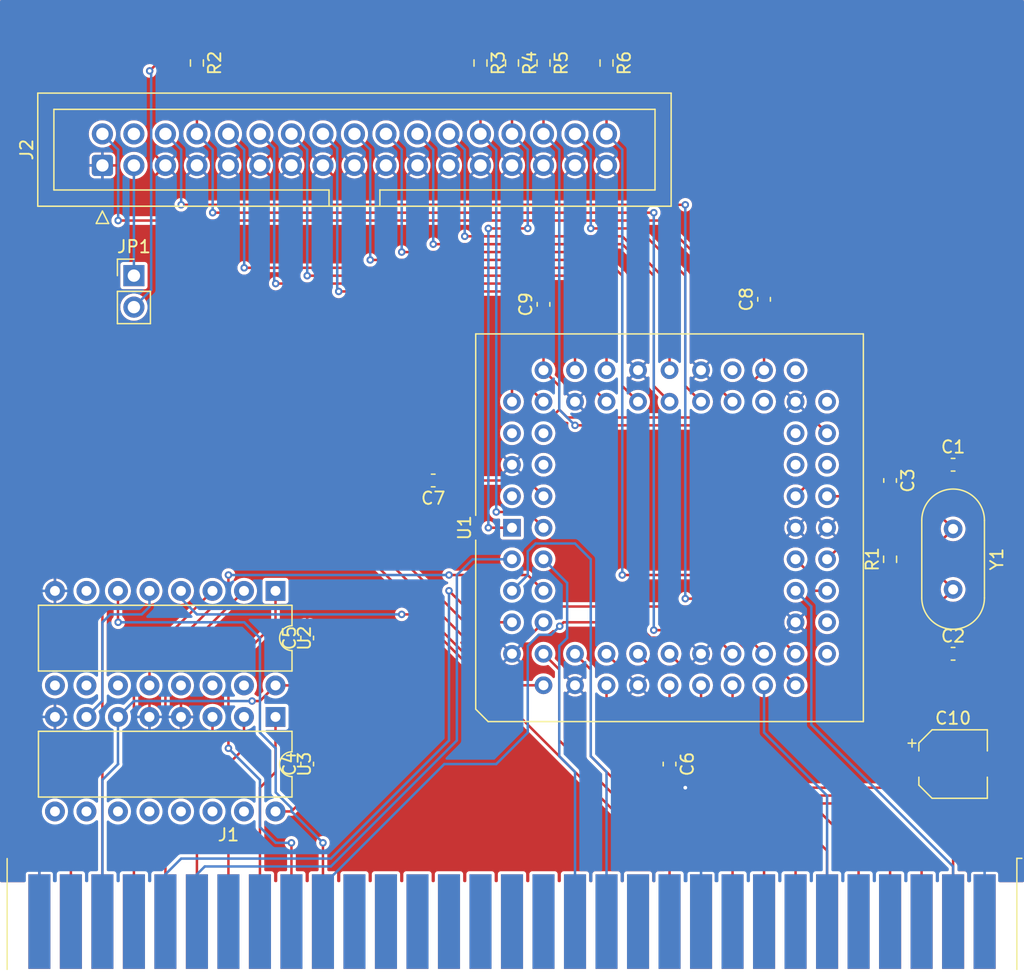
<source format=kicad_pcb>
(kicad_pcb (version 20240108) (generator "pcbnew") (generator_version "8.0")
  (title_block (title "Flop Tonight") (date "2024-08-18") (rev "1") (company "Surreality Labs"))
  (layers (0 "F.Cu" signal) (31 "B.Cu" signal) (34 "B.Paste" user) (35 "F.Paste" user) (36 "B.SilkS" user "B.Silkscreen") (37 "F.SilkS" user "F.Silkscreen") (38 "B.Mask" user) (39 "F.Mask" user) (44 "Edge.Cuts" user))
  (net 0 "")
  (net 1 "Net-(U1-XTAL1{slash}CLK)")
  (net 2 "GND")
  (net 3 "Net-(U1-XTAL2)")
  (net 4 "Net-(U1-HIFIL)")
  (net 5 "Net-(U1-LOFIL)")
  (net 6 "+5V")
  (net 12 "/D0")
  (net 13 "/D3")
  (net 15 "/A2")
  (net 17 "/RESET")
  (net 19 "/A6")
  (net 21 "/D7")
  (net 22 "/A1")
  (net 23 "/A5")
  (net 26 "/~{IOW}")
  (net 27 "/TC")
  (net 29 "/~{IOR}")
  (net 30 "/IRQ6")
  (net 31 "/A3")
  (net 32 "/D2")
  (net 33 "/A9")
  (net 36 "/D4")
  (net 38 "/D1")
  (net 40 "/A8")
  (net 41 "/D6")
  (net 46 "/A7")
  (net 47 "/A4")
  (net 48 "/~{DACK2}")
  (net 59 "/A0")
  (net 60 "/D5")
  (net 61 "/DRQ2")
  (net 63 "/AEN")
  (net 64 "Net-(J2-Pin_22)")
  (net 66 "Net-(J2-Pin_28)")
  (net 67 "Net-(J2-Pin_30)")
  (net 68 "Net-(J2-Pin_6)")
  (net 69 "Net-(J2-Pin_8)")
  (net 70 "Net-(J2-Pin_18)")
  (net 71 "Net-(J2-Pin_3)")
  (net 72 "Net-(J2-Pin_16)")
  (net 73 "Net-(J2-Pin_2)")
  (net 74 "Net-(J2-Pin_32)")
  (net 75 "Net-(J2-Pin_24)")
  (net 76 "Net-(J2-Pin_26)")
  (net 77 "Net-(J2-Pin_14)")
  (net 78 "Net-(J2-Pin_12)")
  (net 79 "Net-(J2-Pin_20)")
  (net 80 "Net-(J2-Pin_34)")
  (net 81 "Net-(J2-Pin_10)")
  (net 88 "/~{FLOPPY_CS}")
  (net 98 "Net-(U2-E2)")
  (footprint "Capacitor_SMD:C_0603_1608Metric_Pad1.08x0.95mm_HandSolder" (layer "F.Cu") (at 144.78 91.44 -90)
    (property "Reference" "C3")
    (property "Value" "4.7n")
  )
  (footprint "Capacitor_SMD:C_0603_1608Metric_Pad1.08x0.95mm_HandSolder" (layer "F.Cu") (at 149.86 105.41)
    (property "Reference" "C2")
    (property "Value" "22p")
  )
  (footprint "Connector_IDC:IDC-Header_2x17_P2.54mm_Vertical" (layer "F.Cu") (at 81.28 66.04 90)
    (property "Reference" "J2")
    (property "Value" "Conn_02x17_Odd_Even")
  )
  (footprint "Resistor_SMD:R_0603_1608Metric_Pad0.98x0.95mm_HandSolder" (layer "F.Cu") (at 116.84 57.785 -90)
    (property "Reference" "R5")
    (property "Value" "1K")
  )
  (footprint "pc-parts:BUS_AT_8BIT" (layer "F.Cu") (at 152.4 127)
    (property "Reference" "J1")
    (property "Value" "Bus_ISA_8bit")
  )
  (footprint "Resistor_SMD:R_0603_1608Metric_Pad0.98x0.95mm_HandSolder" (layer "F.Cu") (at 111.76 57.785 -90)
    (property "Reference" "R3")
    (property "Value" "1K")
  )
  (footprint "Capacitor_SMD:C_0603_1608Metric_Pad1.08x0.95mm_HandSolder" (layer "F.Cu") (at 97.79 104.14 90)
    (property "Reference" "C5")
    (property "Value" "100n")
  )
  (footprint "Resistor_SMD:R_0603_1608Metric_Pad0.98x0.95mm_HandSolder" (layer "F.Cu") (at 114.3 57.785 -90)
    (property "Reference" "R4")
    (property "Value" "1K")
  )
  (footprint "Capacitor_SMD:C_0603_1608Metric_Pad1.08x0.95mm_HandSolder" (layer "F.Cu") (at 97.79 114.3 90)
    (property "Reference" "C4")
    (property "Value" "100n")
  )
  (footprint "Capacitor_SMD:C_0603_1608Metric_Pad1.08x0.95mm_HandSolder" (layer "F.Cu") (at 127 114.3 -90)
    (property "Reference" "C6")
    (property "Value" "100n")
  )
  (footprint "Resistor_SMD:R_0603_1608Metric_Pad0.98x0.95mm_HandSolder" (layer "F.Cu") (at 121.92 57.785 -90)
    (property "Reference" "R6")
    (property "Value" "1K")
  )
  (footprint "Capacitor_SMD:C_0603_1608Metric_Pad1.08x0.95mm_HandSolder" (layer "F.Cu") (at 149.86 90.17)
    (property "Reference" "C1")
    (property "Value" "22p")
  )
  (footprint "Capacitor_SMD:C_0603_1608Metric_Pad1.08x0.95mm_HandSolder" (layer "F.Cu") (at 134.62 76.835 90)
    (property "Reference" "C8")
    (property "Value" "100n")
  )
  (footprint "Resistor_SMD:R_0603_1608Metric_Pad0.98x0.95mm_HandSolder" (layer "F.Cu") (at 88.9 57.785 -90)
    (property "Reference" "R2")
    (property "Value" "1K")
  )
  (footprint "Crystal:Crystal_HC49-U_Vertical" (layer "F.Cu") (at 149.86 95.34 -90)
    (property "Reference" "Y1")
    (property "Value" "24 MHz")
  )
  (footprint "Resistor_SMD:R_0603_1608Metric_Pad0.98x0.95mm_HandSolder" (layer "F.Cu") (at 144.78 97.79 90)
    (property "Reference" "R1")
    (property "Value" "1M")
  )
  (footprint "Package_DIP:DIP-16_W7.62mm" (layer "F.Cu") (at 95.235 100.34 -90)
    (property "Reference" "U2")
    (property "Value" "74ALS138")
  )
  (footprint "Connector_PinHeader_2.54mm:PinHeader_1x02_P2.54mm_Vertical" (layer "F.Cu") (at 83.82 74.925)
    (property "Reference" "JP1")
    (property "Value" "Jumper_2_Open")
  )
  (footprint "Package_DIP:DIP-16_W7.62mm" (layer "F.Cu") (at 95.235 110.5 -90)
    (property "Reference" "U3")
    (property "Value" "74ALS138")
  )
  (footprint "Capacitor_SMD:C_0603_1608Metric_Pad1.08x0.95mm_HandSolder" (layer "F.Cu") (at 107.95 91.44 180)
    (property "Reference" "C7")
    (property "Value" "100n")
  )
  (footprint "Capacitor_SMD:CP_Elec_5x5.3" (layer "F.Cu") (at 149.86 114.3)
    (property "Reference" "C10")
    (property "Value" "22u")
  )
  (footprint "Capacitor_SMD:C_0603_1608Metric_Pad1.08x0.95mm_HandSolder" (layer "F.Cu") (at 116.84 77.2425 90)
    (property "Reference" "C9")
    (property "Value" "100n")
  )
  (footprint "Package_LCC:PLCC-68_THT-Socket" (layer "F.Cu") (at 114.3 95.25 90)
    (property "Reference" "U1")
    (property "Value" "PC8477BV")
  )
  (segment (start 148.9975 94.4775) (end 149.86 95.34) (width 0.2) (layer "F.Cu") (net 1))
  (segment (start 148.3225 96.8775) (end 149.86 95.34) (width 0.2) (layer "F.Cu") (net 1))
  (segment (start 144.78 96.8775) (end 148.3225 96.8775) (width 0.2) (layer "F.Cu") (net 1))
  (segment (start 148.9975 90.17) (end 148.9975 94.4775) (width 0.2) (layer "F.Cu") (net 1))
  (segment (start 139.7 97.79) (end 140.6125 96.8775) (width 0.2) (layer "F.Cu") (net 1))
  (segment (start 140.6125 96.8775) (end 144.78 96.8775) (width 0.2) (layer "F.Cu") (net 1))
  (segment (start 127 115.1625) (end 127.2275 115.1625) (width 0.2) (layer "F.Cu") (net 2))
  (segment (start 127.2275 115.1625) (end 128.27 116.205) (width 0.2) (layer "F.Cu") (net 2))
  (via (at 128.27 116.205) (size 0.6) (drill 0.3) (layers "F.Cu" "B.Cu") (net 2))
  (segment (start 144.4225 99.06) (end 144.78 98.7025) (width 0.2) (layer "F.Cu") (net 3))
  (segment (start 148.3425 98.7025) (end 149.86 100.22) (width 0.2) (layer "F.Cu") (net 3))
  (segment (start 137.16 97.79) (end 138.43 99.06) (width 0.2) (layer "F.Cu") (net 3))
  (segment (start 148.9975 105.41) (end 148.9975 101.0825) (width 0.2) (layer "F.Cu") (net 3))
  (segment (start 138.43 99.06) (end 144.4225 99.06) (width 0.2) (layer "F.Cu") (net 3))
  (segment (start 148.9975 101.0825) (end 149.86 100.22) (width 0.2) (layer "F.Cu") (net 3))
  (segment (start 144.78 98.7025) (end 148.3425 98.7025) (width 0.2) (layer "F.Cu") (net 3))
  (segment (start 137.16 92.71) (end 138.43 91.44) (width 0.2) (layer "F.Cu") (net 4))
  (segment (start 138.43 91.44) (end 142.24 91.44) (width 0.2) (layer "F.Cu") (net 4))
  (segment (start 142.24 91.44) (end 143.1025 90.5775) (width 0.2) (layer "F.Cu") (net 4))
  (segment (start 143.1025 90.5775) (end 144.78 90.5775) (width 0.2) (layer "F.Cu") (net 4))
  (segment (start 142.6475 92.3025) (end 142.24 92.71) (width 0.2) (layer "F.Cu") (net 5))
  (segment (start 144.78 92.3025) (end 142.6475 92.3025) (width 0.2) (layer "F.Cu") (net 5))
  (segment (start 142.24 92.71) (end 139.7 92.71) (width 0.2) (layer "F.Cu") (net 5))
  (segment (start 97.79 116.84) (end 96.51 118.12) (width 0.2) (layer "F.Cu") (net 6))
  (segment (start 116.84 56.8725) (end 114.3 56.8725) (width 0.2) (layer "F.Cu") (net 6))
  (segment (start 127 107.95) (end 127 113.4375) (width 0.2) (layer "F.Cu") (net 6))
  (segment (start 96.51 118.12) (end 95.235 118.12) (width 0.2) (layer "F.Cu") (net 6))
  (segment (start 97.79 106.68) (end 96.52 107.95) (width 0.2) (layer "F.Cu") (net 6))
  (segment (start 97.79 105.0025) (end 97.79 106.68) (width 0.2) (layer "F.Cu") (net 6))
  (segment (start 121.92 56.8725) (end 116.84 56.8725) (width 0.2) (layer "F.Cu") (net 6))
  (segment (start 97.79 115.1625) (end 97.79 116.84) (width 0.2) (layer "F.Cu") (net 6))
  (segment (start 134.62 82.55) (end 134.62 77.6975) (width 0.2) (layer "F.Cu") (net 6))
  (segment (start 96.52 114.935) (end 96.52 107.95) (width 0.2) (layer "F.Cu") (net 6))
  (segment (start 93.345 109.22) (end 93.975 109.22) (width 0.2) (layer "F.Cu") (net 6))
  (segment (start 132.715 86.36) (end 118.745 86.36) (width 0.2) (layer "F.Cu") (net 6))
  (segment (start 114.3 56.8725) (end 111.76 56.8725) (width 0.2) (layer "F.Cu") (net 6))
  (segment (start 116.84 82.55) (end 116.84 78.105) (width 0.2) (layer "F.Cu") (net 6))
  (segment (start 118.11 83.82) (end 116.84 82.55) (width 0.2) (layer "F.Cu") (net 6))
  (segment (start 118.745 86.36) (end 118.11 85.725) (width 0.2) (layer "F.Cu") (net 6))
  (segment (start 108.8125 91.44) (end 115.57 91.44) (width 0.2) (layer "F.Cu") (net 6))
  (segment (start 118.11 85.725) (end 118.11 83.82) (width 0.2) (layer "F.Cu") (net 6))
  (segment (start 117.475 86.36) (end 118.11 85.725) (width 0.2) (layer "F.Cu") (net 6))
  (segment (start 96.51 107.96) (end 95.235 107.96) (width 0.2) (layer "F.Cu") (net 6))
  (segment (start 96.7475 115.1625) (end 96.52 114.935) (width 0.2) (layer "F.Cu") (net 6))
  (segment (start 134.62 82.55) (end 133.35 83.82) (width 0.2) (layer "F.Cu") (net 6))
  (segment (start 115.57 86.995) (end 116.205 86.36) (width 0.2) (layer "F.Cu") (net 6))
  (segment (start 133.35 85.725) (end 132.715 86.36) (width 0.2) (layer "F.Cu") (net 6))
  (segment (start 93.975 109.22) (end 95.235 107.96) (width 0.2) (layer "F.Cu") (net 6))
  (segment (start 96.52 107.95) (end 96.51 107.96) (width 0.2) (layer "F.Cu") (net 6))
  (segment (start 133.35 83.82) (end 133.35 85.725) (width 0.2) (layer "F.Cu") (net 6))
  (segment (start 111.76 56.8725) (end 88.9 56.8725) (width 0.2) (layer "F.Cu") (net 6))
  (segment (start 115.57 91.44) (end 116.84 92.71) (width 0.2) (layer "F.Cu") (net 6))
  (segment (start 88.9 56.8725) (end 86.6375 56.8725) (width 0.2) (layer "F.Cu") (net 6))
  (segment (start 116.205 86.36) (end 117.475 86.36) (width 0.2) (layer "F.Cu") (net 6))
  (segment (start 115.57 91.44) (end 115.57 86.995) (width 0.2) (layer "F.Cu") (net 6))
  (segment (start 86.6375 56.8725) (end 85.09 58.42) (width 0.2) (layer "F.Cu") (net 6))
  (segment (start 97.79 115.1625) (end 96.7475 115.1625) (width 0.2) (layer "F.Cu") (net 6))
  (via (at 93.345 109.22) (size 0.6) (drill 0.3) (layers "F.Cu" "B.Cu") (net 6))
  (via (at 85.09 58.42) (size 0.6) (drill 0.3) (layers "F.Cu" "B.Cu") (net 6))
  (segment (start 85.09 58.42) (end 85.21 58.54) (width 0.2) (layer "B.Cu") (net 6))
  (segment (start 82.535 110.5) (end 83.815 109.22) (width 0.2) (layer "B.Cu") (net 6))
  (segment (start 83.815 109.22) (end 83.82 109.22) (width 0.2) (layer "B.Cu") (net 6))
  (segment (start 85.21 76.075) (end 83.82 77.465) (width 0.2) (layer "B.Cu") (net 6))
  (segment (start 82.535 114.285) (end 82.535 110.5) (width 0.2) (layer "B.Cu") (net 6))
  (segment (start 83.82 109.22) (end 93.345 109.22) (width 0.2) (layer "B.Cu") (net 6))
  (segment (start 81.28 127) (end 81.28 115.57) (width 0.2) (layer "B.Cu") (net 6))
  (segment (start 85.21 58.54) (end 85.21 76.075) (width 0.2) (layer "B.Cu") (net 6))
  (segment (start 82.55 114.3) (end 82.535 114.285) (width 0.2) (layer "B.Cu") (net 6))
  (segment (start 81.28 115.57) (end 82.55 114.3) (width 0.2) (layer "B.Cu") (net 6))
  (segment (start 118.11 106.68) (end 118.11 112.395) (width 0.2) (layer "F.Cu") (net 12))
  (segment (start 116.84 105.41) (end 118.11 106.68) (width 0.2) (layer "F.Cu") (net 12))
  (segment (start 126.365 120.65) (end 131.445 120.65) (width 0.2) (layer "F.Cu") (net 12))
  (segment (start 118.11 112.395) (end 126.365 120.65) (width 0.2) (layer "F.Cu") (net 12))
  (segment (start 131.445 120.65) (end 132.08 121.285) (width 0.2) (layer "F.Cu") (net 12))
  (segment (start 132.08 121.285) (end 132.08 127) (width 0.2) (layer "F.Cu") (net 12))
  (segment (start 137.16 118.745) (end 139.7 121.285) (width 0.2) (layer "F.Cu") (net 13))
  (segment (start 139.7 121.285) (end 139.7 127) (width 0.2) (layer "F.Cu") (net 13))
  (segment (start 121.92 105.41) (end 123.19 106.68) (width 0.2) (layer "F.Cu") (net 13))
  (segment (start 128.27 118.745) (end 137.16 118.745) (width 0.2) (layer "F.Cu") (net 13))
  (segment (start 123.19 106.68) (end 123.19 113.665) (width 0.2) (layer "F.Cu") (net 13))
  (segment (start 123.19 113.665) (end 128.27 118.745) (width 0.2) (layer "F.Cu") (net 13))
  (segment (start 82.55 97.79) (end 102.87 97.79) (width 0.2) (layer "F.Cu") (net 15))
  (segment (start 102.87 97.79) (end 113.03 107.95) (width 0.2) (layer "F.Cu") (net 15))
  (segment (start 113.03 107.95) (end 116.84 107.95) (width 0.2) (layer "F.Cu") (net 15))
  (segment (start 81.28 127) (end 81.28 99.06) (width 0.2) (layer "F.Cu") (net 15))
  (segment (start 81.28 99.06) (end 82.55 97.79) (width 0.2) (layer "F.Cu") (net 15))
  (segment (start 138.43 101.6) (end 137.16 100.33) (width 0.2) (layer "B.Cu") (net 17))
  (segment (start 149.86 127) (end 149.86 122.555) (width 0.2) (layer "B.Cu") (net 17))
  (segment (start 149.86 122.555) (end 138.43 111.125) (width 0.2) (layer "B.Cu") (net 17))
  (segment (start 138.43 111.125) (end 138.43 101.6) (width 0.2) (layer "B.Cu") (net 17))
  (segment (start 91.44 127) (end 91.44 114.3) (width 0.2) (layer "F.Cu") (net 19))
  (segment (start 92.71 111.76) (end 92.695 111.745) (width 0.2) (layer "F.Cu") (net 19))
  (segment (start 92.71 113.03) (end 92.71 111.76) (width 0.2) (layer "F.Cu") (net 19))
  (segment (start 91.44 114.3) (end 92.71 113.03) (width 0.2) (layer "F.Cu") (net 19))
  (segment (start 92.695 111.745) (end 92.695 110.5) (width 0.2) (layer "F.Cu") (net 19))
  (segment (start 149.86 121.285) (end 149.86 127) (width 0.2) (layer "F.Cu") (net 21))
  (segment (start 132.08 113.665) (end 134.62 116.205) (width 0.2) (layer "F.Cu") (net 21))
  (segment (start 134.62 116.205) (end 144.78 116.205) (width 0.2) (layer "F.Cu") (net 21))
  (segment (start 144.78 116.205) (end 149.86 121.285) (width 0.2) (layer "F.Cu") (net 21))
  (segment (start 132.08 107.95) (end 132.08 113.665) (width 0.2) (layer "F.Cu") (net 21))
  (segment (start 115.57 104.14) (end 116.84 102.87) (width 0.2) (layer "F.Cu") (net 22))
  (segment (start 110.49 104.14) (end 115.57 104.14) (width 0.2) (layer "F.Cu") (net 22))
  (segment (start 81.28 96.52) (end 102.87 96.52) (width 0.2) (layer "F.Cu") (net 22))
  (segment (start 78.74 127) (end 78.74 99.06) (width 0.2) (layer "F.Cu") (net 22))
  (segment (start 102.87 96.52) (end 110.49 104.14) (width 0.2) (layer "F.Cu") (net 22))
  (segment (start 78.74 99.06) (end 81.28 96.52) (width 0.2) (layer "F.Cu") (net 22))
  (segment (start 90.155 111.745) (end 90.155 110.5) (width 0.2) (layer "F.Cu") (net 23))
  (segment (start 90.17 111.76) (end 90.155 111.745) (width 0.2) (layer "F.Cu") (net 23))
  (segment (start 88.9 127) (end 88.9 114.3) (width 0.2) (layer "F.Cu") (net 23))
  (segment (start 90.17 113.03) (end 90.17 111.76) (width 0.2) (layer "F.Cu") (net 23))
  (segment (start 88.9 114.3) (end 90.17 113.03) (width 0.2) (layer "F.Cu") (net 23))
  (segment (start 120.65 113.665) (end 120.65 97.79) (width 0.2) (layer "B.Cu") (net 26))
  (segment (start 121.92 127) (end 121.92 114.935) (width 0.2) (layer "B.Cu") (net 26))
  (segment (start 115.57 97.155) (end 115.57 99.06) (width 0.2) (layer "B.Cu") (net 26))
  (segment (start 121.92 114.935) (end 120.65 113.665) (width 0.2) (layer "B.Cu") (net 26))
  (segment (start 120.65 97.79) (end 119.38 96.52) (width 0.2) (layer "B.Cu") (net 26))
  (segment (start 115.57 99.06) (end 114.3 100.33) (width 0.2) (layer "B.Cu") (net 26))
  (segment (start 116.205 96.52) (end 115.57 97.155) (width 0.2) (layer "B.Cu") (net 26))
  (segment (start 119.38 96.52) (end 116.205 96.52) (width 0.2) (layer "B.Cu") (net 26))
  (segment (start 109.22 100.33) (end 110.49 101.6) (width 0.2) (layer "F.Cu") (net 27))
  (segment (start 130.81 101.6) (end 134.62 105.41) (width 0.2) (layer "F.Cu") (net 27))
  (segment (start 110.49 101.6) (end 130.81 101.6) (width 0.2) (layer "F.Cu") (net 27))
  (via (at 109.22 100.33) (size 0.6) (drill 0.3) (layers "F.Cu" "B.Cu") (net 27))
  (segment (start 99.695 121.92) (end 102.87 118.745) (width 0.2) (layer "B.Cu") (net 27))
  (segment (start 86.36 123.19) (end 87.63 121.92) (width 0.2) (layer "B.Cu") (net 27))
  (segment (start 102.87 118.745) (end 109.22 112.395) (width 0.2) (layer "B.Cu") (net 27))
  (segment (start 87.63 121.92) (end 99.695 121.92) (width 0.2) (layer "B.Cu") (net 27))
  (segment (start 86.36 127) (end 86.36 123.19) (width 0.2) (layer "B.Cu") (net 27))
  (segment (start 109.22 112.395) (end 109.22 100.33) (width 0.2) (layer "B.Cu") (net 27))
  (segment (start 118.11 113.665) (end 118.11 104.775) (width 0.2) (layer "B.Cu") (net 29))
  (segment (start 119.38 127) (end 119.38 114.935) (width 0.2) (layer "B.Cu") (net 29))
  (segment (start 119.38 114.935) (end 118.11 113.665) (width 0.2) (layer "B.Cu") (net 29))
  (segment (start 118.745 99.695) (end 116.84 97.79) (width 0.2) (layer "B.Cu") (net 29))
  (segment (start 118.745 104.14) (end 118.745 99.695) (width 0.2) (layer "B.Cu") (net 29))
  (segment (start 118.11 104.775) (end 118.745 104.14) (width 0.2) (layer "B.Cu") (net 29))
  (segment (start 118.145 103.1875) (end 118.4625 102.87) (width 0.2) (layer "F.Cu") (net 30))
  (segment (start 124.246471 102.87) (end 125.481471 104.105) (width 0.2) (layer "F.Cu") (net 30))
  (segment (start 125.481471 104.105) (end 130.775 104.105) (width 0.2) (layer "F.Cu") (net 30))
  (segment (start 130.775 104.105) (end 132.08 105.41) (width 0.2) (layer "F.Cu") (net 30))
  (segment (start 118.4625 102.87) (end 124.246471 102.87) (width 0.2) (layer "F.Cu") (net 30))
  (via (at 118.145 103.1875) (size 0.6) (drill 0.3) (layers "F.Cu" "B.Cu") (net 30))
  (segment (start 117.4513 103.8812) (end 116.4638 103.8812) (width 0.2) (layer "B.Cu") (net 30))
  (segment (start 116.4638 103.8812) (end 115.57 104.775) (width 0.2) (layer "B.Cu") (net 30))
  (segment (start 118.145 103.1875) (end 117.4513 103.8812) (width 0.2) (layer "B.Cu") (net 30))
  (segment (start 99.06 124.08) (end 99.06 127) (width 0.2) (layer "B.Cu") (net 30))
  (segment (start 113.03 114.3) (end 108.84 114.3) (width 0.2) (layer "B.Cu") (net 30))
  (segment (start 108.84 114.3) (end 99.06 124.08) (width 0.2) (layer "B.Cu") (net 30))
  (segment (start 115.57 104.775) (end 115.57 111.76) (width 0.2) (layer "B.Cu") (net 30))
  (segment (start 115.57 111.76) (end 113.03 114.3) (width 0.2) (layer "B.Cu") (net 30))
  (segment (start 83.82 127) (end 83.82 106.68) (width 0.2) (layer "F.Cu") (net 31))
  (segment (start 90.155 100.345) (end 90.155 100.34) (width 0.2) (layer "F.Cu") (net 31))
  (segment (start 83.82 106.68) (end 90.155 100.345) (width 0.2) (layer "F.Cu") (net 31))
  (segment (start 137.16 121.285) (end 137.16 127) (width 0.2) (layer "F.Cu") (net 32))
  (segment (start 127.635 119.38) (end 135.255 119.38) (width 0.2) (layer "F.Cu") (net 32))
  (segment (start 135.255 119.38) (end 137.16 121.285) (width 0.2) (layer "F.Cu") (net 32))
  (segment (start 121.92 107.95) (end 121.92 113.665) (width 0.2) (layer "F.Cu") (net 32))
  (segment (start 121.92 113.665) (end 127.635 119.38) (width 0.2) (layer "F.Cu") (net 32))
  (segment (start 82.55 102.87) (end 82.535 102.855) (width 0.2) (layer "F.Cu") (net 33))
  (segment (start 99.06 127) (end 99.06 120.65) (width 0.2) (layer "F.Cu") (net 33))
  (segment (start 82.535 102.855) (end 82.535 100.34) (width 0.2) (layer "F.Cu") (net 33))
  (via (at 99.06 120.65) (size 0.6) (drill 0.3) (layers "F.Cu" "B.Cu") (net 33))
  (via (at 82.55 102.87) (size 0.6) (drill 0.3) (layers "F.Cu" "B.Cu") (net 33))
  (segment (start 95.25 116.579365) (end 95.25 113.03) (width 0.2) (layer "B.Cu") (net 33))
  (segment (start 95.25 113.03) (end 93.98 111.76) (width 0.2) (layer "B.Cu") (net 33))
  (segment (start 96.52 117.849365) (end 95.25 116.579365) (width 0.2) (layer "B.Cu") (net 33))
  (segment (start 92.71 102.87) (end 82.55 102.87) (width 0.2) (layer "B.Cu") (net 33))
  (segment (start 93.98 104.14) (end 92.71 102.87) (width 0.2) (layer "B.Cu") (net 33))
  (segment (start 93.98 111.76) (end 93.98 104.14) (width 0.2) (layer "B.Cu") (net 33))
  (segment (start 96.52 118.11) (end 96.52 117.849365) (width 0.2) (layer "B.Cu") (net 33))
  (segment (start 99.06 120.65) (end 96.52 118.11) (width 0.2) (layer "B.Cu") (net 33))
  (segment (start 125.73 115.196722) (end 128.643278 118.11) (width 0.2) (layer "F.Cu") (net 36))
  (segment (start 139.065 118.11) (end 142.24 121.285) (width 0.2) (layer "F.Cu") (net 36))
  (segment (start 125.73 106.68) (end 125.73 115.196722) (width 0.2) (layer "F.Cu") (net 36))
  (segment (start 124.46 105.41) (end 125.73 106.68) (width 0.2) (layer "F.Cu") (net 36))
  (segment (start 142.24 121.285) (end 142.24 127) (width 0.2) (layer "F.Cu") (net 36))
  (segment (start 128.643278 118.11) (end 139.065 118.11) (width 0.2) (layer "F.Cu") (net 36))
  (segment (start 119.38 105.41) (end 120.65 106.68) (width 0.2) (layer "F.Cu") (net 38))
  (segment (start 134.62 121.285) (end 134.62 127) (width 0.2) (layer "F.Cu") (net 38))
  (segment (start 120.65 106.68) (end 120.65 113.665) (width 0.2) (layer "F.Cu") (net 38))
  (segment (start 133.35 120.015) (end 134.62 121.285) (width 0.2) (layer "F.Cu") (net 38))
  (segment (start 127 120.015) (end 133.35 120.015) (width 0.2) (layer "F.Cu") (net 38))
  (segment (start 120.65 113.665) (end 127 120.015) (width 0.2) (layer "F.Cu") (net 38))
  (segment (start 91.44 106.68) (end 95.235 102.885) (width 0.2) (layer "F.Cu") (net 40))
  (segment (start 95.235 102.885) (end 95.235 100.34) (width 0.2) (layer "F.Cu") (net 40))
  (segment (start 96.52 120.65) (end 96.52 127) (width 0.2) (layer "F.Cu") (net 40))
  (segment (start 91.44 113.03) (end 91.44 106.68) (width 0.2) (layer "F.Cu") (net 40))
  (via (at 96.52 120.65) (size 0.6) (drill 0.3) (layers "F.Cu" "B.Cu") (net 40))
  (via (at 91.44 113.03) (size 0.6) (drill 0.3) (layers "F.Cu" "B.Cu") (net 40))
  (segment (start 93.98 115.57) (end 93.98 119.38) (width 0.2) (layer "B.Cu") (net 40))
  (segment (start 95.25 120.65) (end 96.52 120.65) (width 0.2) (layer "B.Cu") (net 40))
  (segment (start 91.44 113.03) (end 93.98 115.57) (width 0.2) (layer "B.Cu") (net 40))
  (segment (start 93.98 119.38) (end 95.25 120.65) (width 0.2) (layer "B.Cu") (net 40))
  (segment (start 142.875 116.84) (end 147.32 121.285) (width 0.2) (layer "F.Cu") (net 41))
  (segment (start 129.54 107.95) (end 129.54 113.665) (width 0.2) (layer "F.Cu") (net 41))
  (segment (start 147.32 121.285) (end 147.32 127) (width 0.2) (layer "F.Cu") (net 41))
  (segment (start 132.715 116.84) (end 142.875 116.84) (width 0.2) (layer "F.Cu") (net 41))
  (segment (start 129.54 113.665) (end 132.715 116.84) (width 0.2) (layer "F.Cu") (net 41))
  (segment (start 93.98 116.205) (end 95.235 114.95) (width 0.2) (layer "F.Cu") (net 46))
  (segment (start 93.98 127) (end 93.98 116.205) (width 0.2) (layer "F.Cu") (net 46))
  (segment (start 95.235 114.95) (end 95.235 110.5) (width 0.2) (layer "F.Cu") (net 46))
  (segment (start 92.695 100.345) (end 92.695 100.34) (width 0.2) (layer "F.Cu") (net 47))
  (segment (start 86.36 106.68) (end 92.695 100.345) (width 0.2) (layer "F.Cu") (net 47))
  (segment (start 86.36 127) (end 86.36 106.68) (width 0.2) (layer "F.Cu") (net 47))
  (segment (start 111.125 97.79) (end 109.855 99.06) (width 0.2) (layer "B.Cu") (net 48))
  (segment (start 99.695 122.555) (end 89.535 122.555) (width 0.2) (layer "B.Cu") (net 48))
  (segment (start 109.855 112.395) (end 99.695 122.555) (width 0.2) (layer "B.Cu") (net 48))
  (segment (start 114.3 97.79) (end 111.125 97.79) (width 0.2) (layer "B.Cu") (net 48))
  (segment (start 88.9 123.19) (end 88.9 127) (width 0.2) (layer "B.Cu") (net 48))
  (segment (start 89.535 122.555) (end 88.9 123.19) (width 0.2) (layer "B.Cu") (net 48))
  (segment (start 109.855 99.06) (end 109.855 112.395) (width 0.2) (layer "B.Cu") (net 48))
  (segment (start 80.01 95.25) (end 102.87 95.25) (width 0.2) (layer "F.Cu") (net 59))
  (segment (start 110.49 102.87) (end 114.3 102.87) (width 0.2) (layer "F.Cu") (net 59))
  (segment (start 76.2 127) (end 76.2 99.06) (width 0.2) (layer "F.Cu") (net 59))
  (segment (start 76.2 99.06) (end 80.01 95.25) (width 0.2) (layer "F.Cu") (net 59))
  (segment (start 102.87 95.25) (end 110.49 102.87) (width 0.2) (layer "F.Cu") (net 59))
  (segment (start 132.08 117.475) (end 140.97 117.475) (width 0.2) (layer "F.Cu") (net 60))
  (segment (start 144.78 121.285) (end 144.78 127) (width 0.2) (layer "F.Cu") (net 60))
  (segment (start 128.27 113.665) (end 132.08 117.475) (width 0.2) (layer "F.Cu") (net 60))
  (segment (start 128.27 106.68) (end 128.27 113.665) (width 0.2) (layer "F.Cu") (net 60))
  (segment (start 140.97 117.475) (end 144.78 121.285) (width 0.2) (layer "F.Cu") (net 60))
  (segment (start 127 105.41) (end 128.27 106.68) (width 0.2) (layer "F.Cu") (net 60))
  (segment (start 134.62 111.76) (end 134.62 107.95) (width 0.2) (layer "B.Cu") (net 61))
  (segment (start 139.7 127) (end 139.7 116.84) (width 0.2) (layer "B.Cu") (net 61))
  (segment (start 139.7 116.84) (end 134.62 111.76) (width 0.2) (layer "B.Cu") (net 61))
  (segment (start 106.68 102.235) (end 127 122.555) (width 0.2) (layer "F.Cu") (net 63))
  (segment (start 105.41 102.235) (end 106.68 102.235) (width 0.2) (layer "F.Cu") (net 63))
  (segment (start 127 122.555) (end 127 127) (width 0.2) (layer "F.Cu") (net 63))
  (via (at 105.41 102.235) (size 0.6) (drill 0.3) (layers "F.Cu" "B.Cu") (net 63))
  (segment (start 88.9 102.235) (end 87.615 100.95) (width 0.2) (layer "B.Cu") (net 63))
  (segment (start 87.615 100.95) (end 87.615 100.34) (width 0.2) (layer "B.Cu") (net 63))
  (segment (start 105.41 102.235) (end 88.9 102.235) (width 0.2) (layer "B.Cu") (net 63))
  (segment (start 125.73 74.93) (end 123.19 72.39) (width 0.2) (layer "F.Cu") (net 64))
  (segment (start 125.73 80.01) (end 125.73 74.93) (width 0.2) (layer "F.Cu") (net 64))
  (segment (start 127 85.09) (end 125.73 83.82) (width 0.2) (layer "F.Cu") (net 64))
  (segment (start 125.73 83.82) (end 125.73 80.01) (width 0.2) (layer "F.Cu") (net 64))
  (segment (start 123.19 72.39) (end 107.95 72.39) (width 0.2) (layer "F.Cu") (net 64))
  (via (at 107.95 72.39) (size 0.6) (drill 0.3) (layers "F.Cu" "B.Cu") (net 64))
  (segment (start 107.95 72.39) (end 107.95 64.77) (width 0.2) (layer "B.Cu") (net 64))
  (segment (start 107.95 64.77) (end 106.68 63.5) (width 0.2) (layer "B.Cu") (net 64))
  (segment (start 112.395 71.12) (end 115.57 71.12) (width 0.2) (layer "F.Cu") (net 66))
  (segment (start 114.3 95.25) (end 112.395 95.25) (width 0.2) (layer "F.Cu") (net 66))
  (segment (start 114.3 58.6975) (end 114.3 63.5) (width 0.2) (layer "F.Cu") (net 66))
  (via (at 112.395 71.12) (size 0.6) (drill 0.3) (layers "F.Cu" "B.Cu") (net 66))
  (via (at 112.395 95.25) (size 0.6) (drill 0.3) (layers "F.Cu" "B.Cu") (net 66))
  (via (at 115.57 71.12) (size 0.6) (drill 0.3) (layers "F.Cu" "B.Cu") (net 66))
  (segment (start 115.57 71.12) (end 115.57 64.77) (width 0.2) (layer "B.Cu") (net 66))
  (segment (start 112.395 95.25) (end 112.395 71.12) (width 0.2) (layer "B.Cu") (net 66))
  (segment (start 115.57 64.77) (end 114.3 63.5) (width 0.2) (layer "B.Cu") (net 66))
  (segment (start 138.43 86.36) (end 139.7 87.63) (width 0.2) (layer "F.Cu") (net 67))
  (segment (start 135.89 86.995) (end 136.525 86.36) (width 0.2) (layer "F.Cu") (net 67))
  (segment (start 119.38 86.995) (end 135.89 86.995) (width 0.2) (layer "F.Cu") (net 67))
  (segment (start 116.84 58.6975) (end 116.84 63.5) (width 0.2) (layer "F.Cu") (net 67))
  (segment (start 136.525 86.36) (end 138.43 86.36) (width 0.2) (layer "F.Cu") (net 67))
  (via (at 119.38 86.995) (size 0.6) (drill 0.3) (layers "F.Cu" "B.Cu") (net 67))
  (segment (start 119.38 86.995) (end 118.11 85.725) (width 0.2) (layer "B.Cu") (net 67))
  (segment (start 118.11 85.725) (end 118.11 64.77) (width 0.2) (layer "B.Cu") (net 67))
  (segment (start 118.11 64.77) (end 116.84 63.5) (width 0.2) (layer "B.Cu") (net 67))
  (segment (start 87.63 69.215) (end 128.27 69.215) (width 0.2) (layer "F.Cu") (net 68))
  (segment (start 132.715 100.965) (end 137.16 105.41) (width 0.2) (layer "F.Cu") (net 68))
  (segment (start 128.27 100.965) (end 132.715 100.965) (width 0.2) (layer "F.Cu") (net 68))
  (via (at 128.27 100.965) (size 0.6) (drill 0.3) (layers "F.Cu" "B.Cu") (net 68))
  (via (at 87.63 69.215) (size 0.6) (drill 0.3) (layers "F.Cu" "B.Cu") (net 68))
  (via (at 128.27 69.215) (size 0.6) (drill 0.3) (layers "F.Cu" "B.Cu") (net 68))
  (segment (start 86.36 63.5) (end 87.63 64.77) (width 0.2) (layer "B.Cu") (net 68))
  (segment (start 128.27 69.215) (end 128.27 100.965) (width 0.2) (layer "B.Cu") (net 68))
  (segment (start 87.63 64.77) (end 87.63 69.215) (width 0.2) (layer "B.Cu") (net 68))
  (segment (start 90.17 69.85) (end 125.73 69.85) (width 0.2) (layer "F.Cu") (net 69))
  (segment (start 135.89 106.68) (end 137.16 107.95) (width 0.2) (layer "F.Cu") (net 69))
  (segment (start 125.73 103.505) (end 131.605053 103.505) (width 0.2) (layer "F.Cu") (net 69))
  (segment (start 133.35 106.045) (end 133.985 106.68) (width 0.2) (layer "F.Cu") (net 69))
  (segment (start 88.9 58.6975) (end 88.9 63.5) (width 0.2) (layer "F.Cu") (net 69))
  (segment (start 133.35 105.249947) (end 133.35 106.045) (width 0.2) (layer "F.Cu") (net 69))
  (segment (start 133.985 106.68) (end 135.89 106.68) (width 0.2) (layer "F.Cu") (net 69))
  (segment (start 131.605053 103.505) (end 133.35 105.249947) (width 0.2) (layer "F.Cu") (net 69))
  (via (at 125.73 69.85) (size 0.6) (drill 0.3) (layers "F.Cu" "B.Cu") (net 69))
  (via (at 125.73 103.505) (size 0.6) (drill 0.3) (layers "F.Cu" "B.Cu") (net 69))
  (via (at 90.17 69.85) (size 0.6) (drill 0.3) (layers "F.Cu" "B.Cu") (net 69))
  (segment (start 88.9 63.5) (end 90.17 64.77) (width 0.2) (layer "B.Cu") (net 69))
  (segment (start 125.73 69.85) (end 125.73 103.505) (width 0.2) (layer "B.Cu") (net 69))
  (segment (start 90.17 64.77) (end 90.17 69.85) (width 0.2) (layer "B.Cu") (net 69))
  (segment (start 120.65 73.66) (end 102.87 73.66) (width 0.2) (layer "F.Cu") (net 70))
  (segment (start 121.92 82.55) (end 121.92 74.93) (width 0.2) (layer "F.Cu") (net 70))
  (segment (start 121.92 74.93) (end 120.65 73.66) (width 0.2) (layer "F.Cu") (net 70))
  (via (at 102.87 73.66) (size 0.6) (drill 0.3) (layers "F.Cu" "B.Cu") (net 70))
  (segment (start 102.87 73.66) (end 102.87 64.77) (width 0.2) (layer "B.Cu") (net 70))
  (segment (start 102.87 64.77) (end 101.6 63.5) (width 0.2) (layer "B.Cu") (net 70))
  (segment (start 83.82 74.925) (end 83.82 66.04) (width 0.2) (layer "B.Cu") (net 71))
  (segment (start 113.665 76.2) (end 100.33 76.2) (width 0.2) (layer "F.Cu") (net 72))
  (segment (start 114.3 85.09) (end 114.3 76.835) (width 0.2) (layer "F.Cu") (net 72))
  (segment (start 114.3 76.835) (end 113.665 76.2) (width 0.2) (layer "F.Cu") (net 72))
  (via (at 100.33 76.2) (size 0.6) (drill 0.3) (layers "F.Cu" "B.Cu") (net 72))
  (segment (start 100.21 76.08) (end 100.21 64.65) (width 0.2) (layer "B.Cu") (net 72))
  (segment (start 100.21 64.65) (end 99.06 63.5) (width 0.2) (layer "B.Cu") (net 72))
  (segment (start 100.33 76.2) (end 100.21 76.08) (width 0.2) (layer "B.Cu") (net 72))
  (segment (start 132.08 85.09) (end 130.81 83.82) (width 0.2) (layer "F.Cu") (net 73))
  (segment (start 130.81 81.28) (end 130.81 74.93) (width 0.2) (layer "F.Cu") (net 73))
  (segment (start 130.81 74.93) (end 126.365 70.485) (width 0.2) (layer "F.Cu") (net 73))
  (segment (start 126.365 70.485) (end 82.55 70.485) (width 0.2) (layer "F.Cu") (net 73))
  (segment (start 130.81 83.82) (end 130.81 81.28) (width 0.2) (layer "F.Cu") (net 73))
  (via (at 82.55 70.485) (size 0.6) (drill 0.3) (layers "F.Cu" "B.Cu") (net 73))
  (segment (start 82.55 70.485) (end 82.55 64.77) (width 0.2) (layer "B.Cu") (net 73))
  (segment (start 82.55 64.77) (end 81.28 63.5) (width 0.2) (layer "B.Cu") (net 73))
  (segment (start 129.54 85.09) (end 128.27 83.82) (width 0.2) (layer "F.Cu") (net 74))
  (segment (start 128.27 83.82) (end 128.27 74.93) (width 0.2) (layer "F.Cu") (net 74))
  (segment (start 128.27 74.93) (end 124.46 71.12) (width 0.2) (layer "F.Cu") (net 74))
  (segment (start 124.46 71.12) (end 120.65 71.12) (width 0.2) (layer "F.Cu") (net 74))
  (via (at 120.65 71.12) (size 0.6) (drill 0.3) (layers "F.Cu" "B.Cu") (net 74))
  (segment (start 120.65 71.12) (end 120.65 64.77) (width 0.2) (layer "B.Cu") (net 74))
  (segment (start 120.65 64.77) (end 119.38 63.5) (width 0.2) (layer "B.Cu") (net 74))
  (segment (start 123.19 71.755) (end 110.49 71.755) (width 0.2) (layer "F.Cu") (net 75))
  (segment (start 127 82.55) (end 127 75.565) (width 0.2) (layer "F.Cu") (net 75))
  (segment (start 127 75.565) (end 123.19 71.755) (width 0.2) (layer "F.Cu") (net 75))
  (via (at 110.49 71.755) (size 0.6) (drill 0.3) (layers "F.Cu" "B.Cu") (net 75))
  (segment (start 110.49 64.77) (end 109.22 63.5) (width 0.2) (layer "B.Cu") (net 75))
  (segment (start 110.49 71.755) (end 110.49 64.77) (width 0.2) (layer "B.Cu") (net 75))
  (segment (start 113.03 93.98) (end 115.57 93.98) (width 0.2) (layer "F.Cu") (net 76))
  (segment (start 115.57 93.98) (end 116.84 95.25) (width 0.2) (layer "F.Cu") (net 76))
  (segment (start 111.76 63.5) (end 111.76 58.6975) (width 0.2) (layer "F.Cu") (net 76))
  (via (at 113.03 93.98) (size 0.6) (drill 0.3) (layers "F.Cu" "B.Cu") (net 76))
  (segment (start 113.03 93.98) (end 113.03 64.77) (width 0.2) (layer "B.Cu") (net 76))
  (segment (start 113.03 64.77) (end 111.76 63.5) (width 0.2) (layer "B.Cu") (net 76))
  (segment (start 119.38 75.565) (end 118.745 74.93) (width 0.2) (layer "F.Cu") (net 77))
  (segment (start 119.38 82.55) (end 119.38 75.565) (width 0.2) (layer "F.Cu") (net 77))
  (segment (start 118.745 74.93) (end 97.79 74.93) (width 0.2) (layer "F.Cu") (net 77))
  (via (at 97.79 74.93) (size 0.6) (drill 0.3) (layers "F.Cu" "B.Cu") (net 77))
  (segment (start 97.79 74.93) (end 97.79 64.77) (width 0.2) (layer "B.Cu") (net 77))
  (segment (start 97.79 64.77) (end 96.52 63.5) (width 0.2) (layer "B.Cu") (net 77))
  (segment (start 115.57 76.2) (end 114.935 75.565) (width 0.2) (layer "F.Cu") (net 78))
  (segment (start 115.57 83.82) (end 115.57 76.2) (width 0.2) (layer "F.Cu") (net 78))
  (segment (start 114.935 75.565) (end 95.25 75.565) (width 0.2) (layer "F.Cu") (net 78))
  (segment (start 116.84 85.09) (end 115.57 83.82) (width 0.2) (layer "F.Cu") (net 78))
  (via (at 95.25 75.565) (size 0.6) (drill 0.3) (layers "F.Cu" "B.Cu") (net 78))
  (segment (start 95.13 75.445) (end 95.13 64.65) (width 0.2) (layer "B.Cu") (net 78))
  (segment (start 95.25 75.565) (end 95.13 75.445) (width 0.2) (layer "B.Cu") (net 78))
  (segment (start 95.13 64.65) (end 93.98 63.5) (width 0.2) (layer "B.Cu") (net 78))
  (segment (start 124.46 85.09) (end 123.19 83.82) (width 0.2) (layer "F.Cu") (net 79))
  (segment (start 123.19 83.82) (end 123.19 74.93) (width 0.2) (layer "F.Cu") (net 79))
  (segment (start 123.19 74.93) (end 121.285 73.025) (width 0.2) (layer "F.Cu") (net 79))
  (segment (start 121.285 73.025) (end 116.84 73.025) (width 0.2) (layer "F.Cu") (net 79))
  (segment (start 116.84 73.025) (end 105.41 73.025) (width 0.2) (layer "F.Cu") (net 79))
  (via (at 105.41 73.025) (size 0.6) (drill 0.3) (layers "F.Cu" "B.Cu") (net 79))
  (segment (start 105.41 73.025) (end 105.41 64.77) (width 0.2) (layer "B.Cu") (net 79))
  (segment (start 105.41 64.77) (end 104.14 63.5) (width 0.2) (layer "B.Cu") (net 79))
  (segment (start 137.424212 99.06) (end 138.694212 100.33) (width 0.2) (layer "F.Cu") (net 80))
  (segment (start 123.19 99.06) (end 137.424212 99.06) (width 0.2) (layer "F.Cu") (net 80))
  (segment (start 121.92 58.6975) (end 121.92 63.5) (width 0.2) (layer "F.Cu") (net 80))
  (segment (start 138.694212 100.33) (end 139.7 100.33) (width 0.2) (layer "F.Cu") (net 80))
  (via (at 123.19 99.06) (size 0.6) (drill 0.3) (layers "F.Cu" "B.Cu") (net 80))
  (segment (start 123.19 64.77) (end 123.19 99.06) (width 0.2) (layer "B.Cu") (net 80))
  (segment (start 121.92 63.5) (end 123.19 64.77) (width 0.2) (layer "B.Cu") (net 80))
  (segment (start 120.65 83.82) (end 120.65 81.28) (width 0.2) (layer "F.Cu") (net 81))
  (segment (start 120.015 74.295) (end 114.935 74.295) (width 0.2) (layer "F.Cu") (net 81))
  (segment (start 114.935 74.295) (end 92.71 74.295) (width 0.2) (layer "F.Cu") (net 81))
  (segment (start 120.65 81.28) (end 120.65 74.93) (width 0.2) (layer "F.Cu") (net 81))
  (segment (start 120.65 74.93) (end 120.015 74.295) (width 0.2) (layer "F.Cu") (net 81))
  (segment (start 121.92 85.09) (end 120.65 83.82) (width 0.2) (layer "F.Cu") (net 81))
  (via (at 92.71 74.295) (size 0.6) (drill 0.3) (layers "F.Cu" "B.Cu") (net 81))
  (segment (start 92.71 74.295) (end 92.71 64.77) (width 0.2) (layer "B.Cu") (net 81))
  (segment (start 92.71 64.77) (end 91.44 63.5) (width 0.2) (layer "B.Cu") (net 81))
  (segment (start 90.805 101.6) (end 91.44 100.965) (width 0.2) (layer "F.Cu") (net 88))
  (segment (start 91.44 100.965) (end 91.44 99.06) (width 0.2) (layer "F.Cu") (net 88))
  (segment (start 109.22 99.06) (end 115.57 99.06) (width 0.2) (layer "F.Cu") (net 88))
  (segment (start 85.075 106.695) (end 90.17 101.6) (width 0.2) (layer "F.Cu") (net 88))
  (segment (start 115.57 99.06) (end 116.84 100.33) (width 0.2) (layer "F.Cu") (net 88))
  (segment (start 85.075 107.96) (end 85.075 106.695) (width 0.2) (layer "F.Cu") (net 88))
  (segment (start 90.17 101.6) (end 90.805 101.6) (width 0.2) (layer "F.Cu") (net 88))
  (via (at 109.22 99.06) (size 0.6) (drill 0.3) (layers "F.Cu" "B.Cu") (net 88))
  (via (at 91.44 99.06) (size 0.6) (drill 0.3) (layers "F.Cu" "B.Cu") (net 88))
  (segment (start 91.44 99.06) (end 109.22 99.06) (width 0.2) (layer "B.Cu") (net 88))
  (segment (start 81.28 102.87) (end 81.915 102.235) (width 0.2) (layer "B.Cu") (net 98))
  (segment (start 79.995 110.5) (end 81.28 109.215) (width 0.2) (layer "B.Cu") (net 98))
  (segment (start 84.455 102.235) (end 85.075 101.615) (width 0.2) (layer "B.Cu") (net 98))
  (segment (start 85.075 101.615) (end 85.075 100.34) (width 0.2) (layer "B.Cu") (net 98))
  (segment (start 81.28 109.215) (end 81.28 102.87) (width 0.2) (layer "B.Cu") (net 98))
  (segment (start 81.915 102.235) (end 84.455 102.235) (width 0.2) (layer "B.Cu") (net 98))
  (zone (net 2) (net_name "GND") (layers "F&B.Cu") (connect_pads (clearance 0.25)) (min_thickness 0.2032) (fill yes (thermal_gap 0.2032) (thermal_bridge_width 0.2032))
    (polygon (pts (xy 73.025 123.825) (xy 155.575 123.825) (xy 155.575 52.705) (xy 73.025 52.705)))
  )
)
</source>
